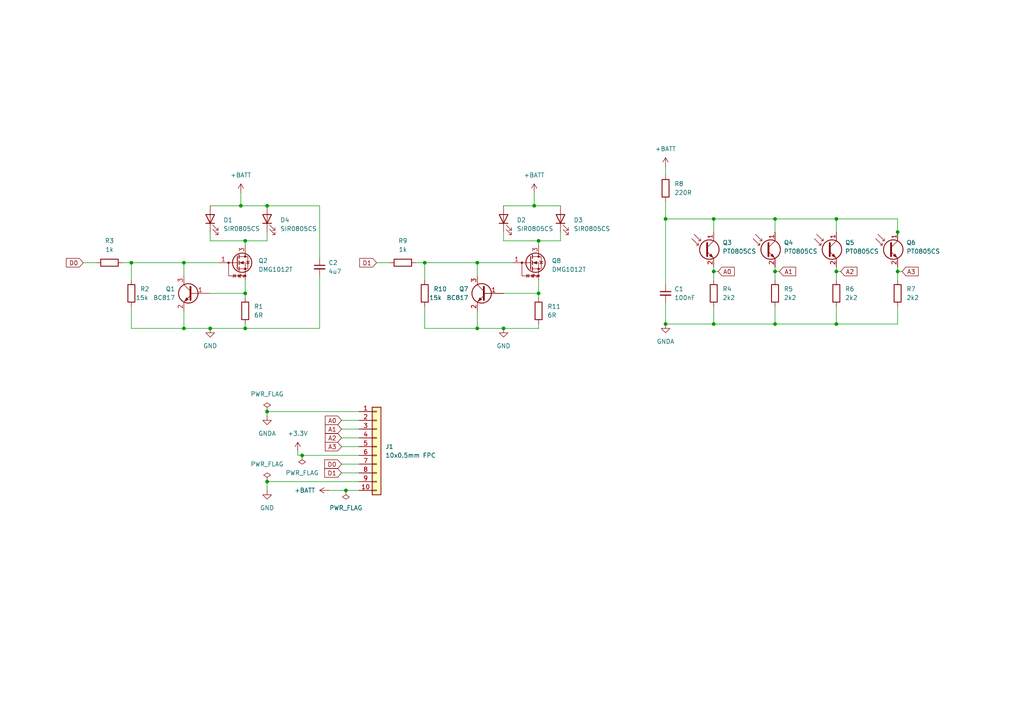
<source format=kicad_sch>
(kicad_sch (version 20231120) (generator "eeschema") (generator_version "8.0")
  (paper "A4")
  (lib_symbols
    (symbol "Connector_Generic:Conn_01x10" (pin_names (offset 1.016) hide)
      (property "Reference" "J" (at 0 12.7 0))
      (property "Value" "Conn_01x10" (at 0 -15.24 0))
      (symbol "Conn_01x10_1_1"
        (rectangle (start -1.27 -12.573) (end 0 -12.827) (stroke (width 0.1524)))
        (rectangle (start -1.27 -10.033) (end 0 -10.287) (stroke (width 0.1524)))
        (rectangle (start -1.27 -7.493) (end 0 -7.747) (stroke (width 0.1524)))
        (rectangle (start -1.27 -4.953) (end 0 -5.207) (stroke (width 0.1524)))
        (rectangle (start -1.27 -2.413) (end 0 -2.667) (stroke (width 0.1524)))
        (rectangle (start -1.27 0.127) (end 0 -0.127) (stroke (width 0.1524)))
        (rectangle (start -1.27 2.667) (end 0 2.413) (stroke (width 0.1524)))
        (rectangle (start -1.27 5.207) (end 0 4.953) (stroke (width 0.1524)))
        (rectangle (start -1.27 7.747) (end 0 7.493) (stroke (width 0.1524)))
        (rectangle (start -1.27 10.287) (end 0 10.033) (stroke (width 0.1524)))
        (rectangle (start -1.27 11.43) (end 1.27 -13.97) (stroke (width 0.254)) (fill (type background)))
        (pin passive line (at -5.08 10.16 0) (length 3.81) (name "Pin_1") (number "1"))
        (pin passive line (at -5.08 -12.7 0) (length 3.81) (name "Pin_10") (number "10"))
        (pin passive line (at -5.08 7.62 0) (length 3.81) (name "Pin_2") (number "2"))
        (pin passive line (at -5.08 5.08 0) (length 3.81) (name "Pin_3") (number "3"))
        (pin passive line (at -5.08 2.54 0) (length 3.81) (name "Pin_4") (number "4"))
        (pin passive line (at -5.08 0 0) (length 3.81) (name "Pin_5") (number "5"))
        (pin passive line (at -5.08 -2.54 0) (length 3.81) (name "Pin_6") (number "6"))
        (pin passive line (at -5.08 -5.08 0) (length 3.81) (name "Pin_7") (number "7"))
        (pin passive line (at -5.08 -7.62 0) (length 3.81) (name "Pin_8") (number "8"))
        (pin passive line (at -5.08 -10.16 0) (length 3.81) (name "Pin_9") (number "9"))
      )
    )
    (symbol "Device:C_Small" (pin_numbers hide) (pin_names (offset 0.254) hide)
      (property "Reference" "C" (at 0.254 1.778 0))
      (property "Value" "C_Small" (at 0.254 -2.032 0))
      (symbol "C_Small_0_1"
        (polyline (pts (xy -1.524 -0.508) (xy 1.524 -0.508)) (stroke (width 0.3302)))
        (polyline (pts (xy -1.524 0.508) (xy 1.524 0.508)) (stroke (width 0.3048)))
      )
      (symbol "C_Small_1_1"
        (pin passive line (at 0 2.54 270) (length 2.032) (name "~") (number "1"))
        (pin passive line (at 0 -2.54 90) (length 2.032) (name "~") (number "2"))
      )
    )
    (symbol "Device:R" (pin_numbers hide) (pin_names (offset 0))
      (property "Reference" "R" (at 2.032 0 90))
      (property "Value" "R" (at 0 0 90))
      (symbol "R_0_1"
        (rectangle (start -1.016 -2.54) (end 1.016 2.54) (stroke (width 0.254)))
      )
      (symbol "R_1_1"
        (pin passive line (at 0 3.81 270) (length 1.27) (name "~") (number "1"))
        (pin passive line (at 0 -3.81 90) (length 1.27) (name "~") (number "2"))
      )
    )
    (symbol "LED:IR26-21C_L110_TR8" (pin_numbers hide) (pin_names (offset 1.016) hide)
      (property "Reference" "D" (at 0 2.54 0))
      (property "Value" "IR26-21C_L110_TR8" (at 0 -3.81 0))
      (symbol "IR26-21C_L110_TR8_0_1"
        (polyline (pts (xy -1.27 -1.27) (xy -1.27 1.27)) (stroke (width 0.254)))
        (polyline (pts (xy -1.27 0) (xy 1.27 0)))
        (polyline (pts (xy 1.27 -1.27) (xy 1.27 1.27) (xy -1.27 0) (xy 1.27 -1.27)) (stroke (width 0.254)))
        (polyline (pts (xy -3.048 -0.762) (xy -4.572 -2.286) (xy -3.81 -2.286) (xy -4.572 -2.286) (xy -4.572 -1.524)))
        (polyline (pts (xy -1.778 -0.762) (xy -3.302 -2.286) (xy -2.54 -2.286) (xy -3.302 -2.286) (xy -3.302 -1.524)))
      )
      (symbol "IR26-21C_L110_TR8_1_1"
        (pin passive line (at -3.81 0 0) (length 2.54) (name "K") (number "1"))
        (pin passive line (at 3.81 0 180) (length 2.54) (name "A") (number "2"))
      )
    )
    (symbol "Sensor_Optical:BPW40" (pin_names (offset 0) hide)
      (property "Reference" "Q" (at 5.08 1.27 0))
      (property "Value" "BPW40" (at 5.08 -1.27 0))
      (symbol "BPW40_0_1"
        (polyline (pts (xy -1.905 1.27) (xy -2.54 1.27)))
        (polyline (pts (xy -1.27 2.54) (xy -1.905 2.54)))
        (polyline (pts (xy 0.635 0.635) (xy 2.54 2.54)))
        (polyline (pts (xy -3.81 3.175) (xy -1.905 1.27) (xy -1.905 1.905)))
        (polyline (pts (xy -3.175 4.445) (xy -1.27 2.54) (xy -1.27 3.175)))
        (polyline (pts (xy 0.635 -0.635) (xy 2.54 -2.54) (xy 2.54 -2.54)))
        (polyline (pts (xy 0.635 1.905) (xy 0.635 -1.905) (xy 0.635 -1.905)) (stroke (width 0.508)))
        (polyline (pts (xy 1.27 -1.778) (xy 1.778 -1.27) (xy 2.286 -2.286) (xy 1.27 -1.778) (xy 1.27 -1.778)) (fill (type outline)))
        (circle (center 1.27 0) (radius 2.8194) (stroke (width 0.254)))
      )
      (symbol "BPW40_1_1"
        (pin passive line (at 2.54 5.08 270) (length 2.54) (name "C") (number "1"))
        (pin passive line (at 2.54 -5.08 90) (length 2.54) (name "E") (number "2"))
      )
    )
    (symbol "Transistor_BJT:BC817" (pin_names (offset 0) hide)
      (property "Reference" "Q" (at 5.08 1.905 0))
      (property "Value" "BC817" (at 5.08 0 0))
      (symbol "BC817_0_1"
        (polyline (pts (xy 0.635 0.635) (xy 2.54 2.54)))
        (polyline (pts (xy 0.635 -0.635) (xy 2.54 -2.54) (xy 2.54 -2.54)))
        (polyline (pts (xy 0.635 1.905) (xy 0.635 -1.905) (xy 0.635 -1.905)) (stroke (width 0.508)))
        (polyline (pts (xy 1.27 -1.778) (xy 1.778 -1.27) (xy 2.286 -2.286) (xy 1.27 -1.778) (xy 1.27 -1.778)) (fill (type outline)))
        (circle (center 1.27 0) (radius 2.8194) (stroke (width 0.254)))
      )
      (symbol "BC817_1_1"
        (pin input line (at -5.08 0 0) (length 5.715) (name "B") (number "1"))
        (pin passive line (at 2.54 -5.08 90) (length 2.54) (name "E") (number "2"))
        (pin passive line (at 2.54 5.08 270) (length 2.54) (name "C") (number "3"))
      )
    )
    (symbol "Transistor_FET:DMG1012T" (pin_names (offset 0) hide)
      (property "Reference" "Q" (at 5.08 1.905 0))
      (property "Value" "DMG1012T" (at 5.08 0 0))
      (symbol "DMG1012T_0_1"
        (polyline (pts (xy 2.54 -3.81) (xy -2.286 -3.81) (xy -2.286 0)))
      )
      (symbol "DMG1012T_1_1"
        (circle (center -2.286 0) (radius 0.254) (fill (type outline)))
        (polyline (pts (xy 0.254 0) (xy -2.54 0)))
        (polyline (pts (xy 0.254 1.905) (xy 0.254 -1.905)) (stroke (width 0.254)))
        (polyline (pts (xy 0.762 -1.27) (xy 0.762 -2.286)) (stroke (width 0.254)))
        (polyline (pts (xy 0.762 0.508) (xy 0.762 -0.508)) (stroke (width 0.254)))
        (polyline (pts (xy 0.762 2.286) (xy 0.762 1.27)) (stroke (width 0.254)))
        (polyline (pts (xy 2.54 2.54) (xy 2.54 1.778)))
        (polyline (pts (xy 2.54 -2.54) (xy 2.54 0) (xy 0.762 0)))
        (polyline (pts (xy -1.016 -4.318) (xy -0.889 -4.191) (xy -0.889 -3.429) (xy -0.762 -3.302)))
        (polyline (pts (xy -0.889 -3.81) (xy -0.254 -4.191) (xy -0.254 -3.429) (xy -0.889 -3.81)))
        (polyline (pts (xy 0.762 -1.778) (xy 3.302 -1.778) (xy 3.302 1.778) (xy 0.762 1.778)))
        (polyline (pts (xy 1.016 0) (xy 2.032 0.381) (xy 2.032 -0.381) (xy 1.016 0)) (fill (type outline)))
        (polyline (pts (xy 1.143 -3.81) (xy 0.508 -3.429) (xy 0.508 -4.191) (xy 1.143 -3.81)))
        (polyline (pts (xy 1.27 -3.302) (xy 1.143 -3.429) (xy 1.143 -4.191) (xy 1.016 -4.318)))
        (polyline (pts (xy 2.794 0.508) (xy 2.921 0.381) (xy 3.683 0.381) (xy 3.81 0.254)))
        (polyline (pts (xy 3.302 0.381) (xy 2.921 -0.254) (xy 3.683 -0.254) (xy 3.302 0.381)))
        (circle (center 1.651 0) (radius 2.794) (stroke (width 0.254)))
        (circle (center 2.54 -3.81) (radius 0.254) (fill (type outline)))
        (circle (center 2.54 -1.778) (radius 0.254) (fill (type outline)))
        (circle (center 2.54 1.778) (radius 0.254) (fill (type outline)))
        (pin input line (at -5.08 0 0) (length 2.54) (name "G") (number "1"))
        (pin passive line (at 2.54 -5.08 90) (length 2.54) (name "S") (number "2"))
        (pin passive line (at 2.54 5.08 270) (length 2.54) (name "D") (number "3"))
      )
    )
    (symbol "power:+3.3V" (power) (pin_numbers hide) (pin_names (offset 0) hide)
      (property "Value" "+3.3V" (at 0 3.556 0))
      (symbol "+3.3V_0_1"
        (polyline (pts (xy -0.762 1.27) (xy 0 2.54)))
        (polyline (pts (xy 0 0) (xy 0 2.54)))
        (polyline (pts (xy 0 2.54) (xy 0.762 1.27)))
      )
      (symbol "+3.3V_1_1"
        (pin power_in line (at 0 0 90) (length 0) (name "~") (number "1"))
      )
    )
    (symbol "power:+BATT" (power) (pin_numbers hide) (pin_names (offset 0) hide)
      (property "Value" "+BATT" (at 0 3.556 0))
      (symbol "+BATT_0_1"
        (polyline (pts (xy -0.762 1.27) (xy 0 2.54)))
        (polyline (pts (xy 0 0) (xy 0 2.54)))
        (polyline (pts (xy 0 2.54) (xy 0.762 1.27)))
      )
      (symbol "+BATT_1_1"
        (pin power_in line (at 0 0 90) (length 0) (name "~") (number "1"))
      )
    )
    (symbol "power:GND" (power) (pin_numbers hide) (pin_names (offset 0) hide)
      (property "Value" "GND" (at 0 -3.81 0))
      (symbol "GND_0_1"
        (polyline (pts (xy 0 0) (xy 0 -1.27) (xy 1.27 -1.27) (xy 0 -2.54) (xy -1.27 -1.27) (xy 0 -1.27)))
      )
      (symbol "GND_1_1"
        (pin power_in line (at 0 0 270) (length 0) (name "~") (number "1"))
      )
    )
    (symbol "power:GNDA" (power) (pin_numbers hide) (pin_names (offset 0) hide)
      (property "Value" "GNDA" (at 0 -3.81 0))
      (symbol "GNDA_0_1"
        (polyline (pts (xy 0 0) (xy 0 -1.27) (xy 1.27 -1.27) (xy 0 -2.54) (xy -1.27 -1.27) (xy 0 -1.27)))
      )
      (symbol "GNDA_1_1"
        (pin power_in line (at 0 0 270) (length 0) (name "~") (number "1"))
      )
    )
    (symbol "power:PWR_FLAG" (power) (pin_numbers hide) (pin_names (offset 0) hide)
      (property "Value" "PWR_FLAG" (at 0 3.81 0))
      (symbol "PWR_FLAG_0_0"
        (pin power_out line (at 0 0 90) (length 0) (name "~") (number "1"))
      )
      (symbol "PWR_FLAG_0_1"
        (polyline (pts (xy 0 0) (xy 0 1.27) (xy -1.016 1.905) (xy 0 2.54) (xy 1.016 1.905) (xy 0 1.27)))
      )
    )
  )
  (junction (at 38.1 76.2))
  (junction (at 242.57 93.98))
  (junction (at 156.21 69.85))
  (junction (at 77.47 139.7))
  (junction (at 53.34 76.2))
  (junction (at 71.12 69.85))
  (junction (at 146.05 95.25))
  (junction (at 242.57 63.5))
  (junction (at 193.04 93.98))
  (junction (at 71.12 95.25))
  (junction (at 224.79 93.98))
  (junction (at 207.01 78.74))
  (junction (at 207.01 63.5))
  (junction (at 207.01 93.98))
  (junction (at 154.94 59.69))
  (junction (at 53.34 95.25))
  (junction (at 260.35 78.74))
  (junction (at 60.96 95.25))
  (junction (at 87.63 132.08))
  (junction (at 77.47 119.38))
  (junction (at 224.79 78.74))
  (junction (at 193.04 63.5))
  (junction (at 156.21 85.09))
  (junction (at 260.35 67.31))
  (junction (at 138.43 76.2))
  (junction (at 224.79 63.5))
  (junction (at 71.12 85.09))
  (junction (at 100.33 142.24))
  (junction (at 69.85 59.69))
  (junction (at 242.57 78.74))
  (junction (at 77.47 59.69))
  (junction (at 138.43 95.25))
  (junction (at 123.19 76.2))
  (wire (pts (xy 146.05 59.69) (xy 154.94 59.69)))
  (wire (pts (xy 69.85 55.88) (xy 69.85 59.69)))
  (wire (pts (xy 207.01 88.9) (xy 207.01 93.98)))
  (wire (pts (xy 71.12 95.25) (xy 60.96 95.25)))
  (wire (pts (xy 53.34 76.2) (xy 38.1 76.2)))
  (wire (pts (xy 38.1 76.2) (xy 38.1 81.28)))
  (wire (pts (xy 77.47 119.38) (xy 77.47 120.65)))
  (wire (pts (xy 193.04 63.5) (xy 193.04 82.55)))
  (wire (pts (xy 207.01 63.5) (xy 207.01 67.31)))
  (wire (pts (xy 260.35 78.74) (xy 260.35 77.47)))
  (wire (pts (xy 146.05 95.25) (xy 138.43 95.25)))
  (wire (pts (xy 207.01 63.5) (xy 224.79 63.5)))
  (wire (pts (xy 123.19 88.9) (xy 123.19 95.25)))
  (wire (pts (xy 99.06 127) (xy 104.14 127)))
  (wire (pts (xy 146.05 69.85) (xy 146.05 67.31)))
  (wire (pts (xy 92.71 95.25) (xy 71.12 95.25)))
  (wire (pts (xy 99.06 134.62) (xy 104.14 134.62)))
  (wire (pts (xy 154.94 59.69) (xy 162.56 59.69)))
  (wire (pts (xy 156.21 81.28) (xy 156.21 85.09)))
  (wire (pts (xy 260.35 88.9) (xy 260.35 93.98)))
  (wire (pts (xy 207.01 93.98) (xy 224.79 93.98)))
  (wire (pts (xy 71.12 81.28) (xy 71.12 85.09)))
  (wire (pts (xy 224.79 78.74) (xy 224.79 77.47)))
  (wire (pts (xy 69.85 59.69) (xy 77.47 59.69)))
  (wire (pts (xy 207.01 78.74) (xy 207.01 77.47)))
  (wire (pts (xy 35.56 76.2) (xy 38.1 76.2)))
  (wire (pts (xy 60.96 95.25) (xy 53.34 95.25)))
  (wire (pts (xy 138.43 76.2) (xy 138.43 80.01)))
  (wire (pts (xy 207.01 81.28) (xy 207.01 78.74)))
  (wire (pts (xy 162.56 67.31) (xy 162.56 69.85)))
  (wire (pts (xy 53.34 76.2) (xy 53.34 80.01)))
  (wire (pts (xy 154.94 55.88) (xy 154.94 59.69)))
  (wire (pts (xy 95.25 142.24) (xy 100.33 142.24)))
  (wire (pts (xy 224.79 63.5) (xy 242.57 63.5)))
  (wire (pts (xy 260.35 81.28) (xy 260.35 78.74)))
  (wire (pts (xy 193.04 58.42) (xy 193.04 63.5)))
  (wire (pts (xy 148.59 76.2) (xy 138.43 76.2)))
  (wire (pts (xy 123.19 76.2) (xy 123.19 81.28)))
  (wire (pts (xy 109.22 76.2) (xy 113.03 76.2)))
  (wire (pts (xy 226.06 78.74) (xy 224.79 78.74)))
  (wire (pts (xy 77.47 67.31) (xy 77.47 69.85)))
  (wire (pts (xy 123.19 95.25) (xy 138.43 95.25)))
  (wire (pts (xy 87.63 132.08) (xy 104.14 132.08)))
  (wire (pts (xy 60.96 69.85) (xy 60.96 67.31)))
  (wire (pts (xy 138.43 76.2) (xy 123.19 76.2)))
  (wire (pts (xy 224.79 63.5) (xy 224.79 67.31)))
  (wire (pts (xy 224.79 88.9) (xy 224.79 93.98)))
  (wire (pts (xy 260.35 67.31) (xy 260.35 69.85)))
  (wire (pts (xy 224.79 81.28) (xy 224.79 78.74)))
  (wire (pts (xy 99.06 121.92) (xy 104.14 121.92)))
  (wire (pts (xy 71.12 93.98) (xy 71.12 95.25)))
  (wire (pts (xy 156.21 69.85) (xy 146.05 69.85)))
  (wire (pts (xy 60.96 59.69) (xy 69.85 59.69)))
  (wire (pts (xy 38.1 95.25) (xy 53.34 95.25)))
  (wire (pts (xy 242.57 78.74) (xy 242.57 77.47)))
  (wire (pts (xy 104.14 119.38) (xy 77.47 119.38)))
  (wire (pts (xy 92.71 80.01) (xy 92.71 95.25)))
  (wire (pts (xy 100.33 142.24) (xy 104.14 142.24)))
  (wire (pts (xy 224.79 93.98) (xy 242.57 93.98)))
  (wire (pts (xy 193.04 87.63) (xy 193.04 93.98)))
  (wire (pts (xy 77.47 69.85) (xy 71.12 69.85)))
  (wire (pts (xy 99.06 124.46) (xy 104.14 124.46)))
  (wire (pts (xy 242.57 63.5) (xy 242.57 67.31)))
  (wire (pts (xy 156.21 69.85) (xy 156.21 71.12)))
  (wire (pts (xy 138.43 90.17) (xy 138.43 95.25)))
  (wire (pts (xy 24.13 76.2) (xy 27.94 76.2)))
  (wire (pts (xy 243.84 78.74) (xy 242.57 78.74)))
  (wire (pts (xy 242.57 63.5) (xy 260.35 63.5)))
  (wire (pts (xy 71.12 85.09) (xy 71.12 86.36)))
  (wire (pts (xy 86.36 132.08) (xy 87.63 132.08)))
  (wire (pts (xy 77.47 142.24) (xy 77.47 139.7)))
  (wire (pts (xy 99.06 137.16) (xy 104.14 137.16)))
  (wire (pts (xy 242.57 81.28) (xy 242.57 78.74)))
  (wire (pts (xy 60.96 85.09) (xy 71.12 85.09)))
  (wire (pts (xy 156.21 85.09) (xy 156.21 86.36)))
  (wire (pts (xy 77.47 59.69) (xy 92.71 59.69)))
  (wire (pts (xy 53.34 90.17) (xy 53.34 95.25)))
  (wire (pts (xy 260.35 63.5) (xy 260.35 67.31)))
  (wire (pts (xy 146.05 85.09) (xy 156.21 85.09)))
  (wire (pts (xy 261.62 78.74) (xy 260.35 78.74)))
  (wire (pts (xy 156.21 95.25) (xy 146.05 95.25)))
  (wire (pts (xy 242.57 93.98) (xy 260.35 93.98)))
  (wire (pts (xy 193.04 93.98) (xy 207.01 93.98)))
  (wire (pts (xy 162.56 69.85) (xy 156.21 69.85)))
  (wire (pts (xy 208.28 78.74) (xy 207.01 78.74)))
  (wire (pts (xy 77.47 139.7) (xy 104.14 139.7)))
  (wire (pts (xy 156.21 93.98) (xy 156.21 95.25)))
  (wire (pts (xy 63.5 76.2) (xy 53.34 76.2)))
  (wire (pts (xy 193.04 48.26) (xy 193.04 50.8)))
  (wire (pts (xy 38.1 88.9) (xy 38.1 95.25)))
  (wire (pts (xy 193.04 63.5) (xy 207.01 63.5)))
  (wire (pts (xy 120.65 76.2) (xy 123.19 76.2)))
  (wire (pts (xy 92.71 74.93) (xy 92.71 59.69)))
  (wire (pts (xy 71.12 69.85) (xy 71.12 71.12)))
  (wire (pts (xy 99.06 129.54) (xy 104.14 129.54)))
  (wire (pts (xy 242.57 88.9) (xy 242.57 93.98)))
  (wire (pts (xy 86.36 130.81) (xy 86.36 132.08)))
  (wire (pts (xy 71.12 69.85) (xy 60.96 69.85)))
  (global_label "A0" (shape input) (at 208.28 78.74 0) (property "Intersheetrefs" "${INTERSHEET_REFS}" (effects (hide yes))))
  (global_label "A3" (shape input) (at 261.62 78.74 0) (property "Intersheetrefs" "${INTERSHEET_REFS}" (effects (hide yes))))
  (global_label "D1" (shape input) (at 109.22 76.2 180) (property "Intersheetrefs" "${INTERSHEET_REFS}" (effects (hide yes))))
  (global_label "A2" (shape input) (at 99.06 127 180) (property "Intersheetrefs" "${INTERSHEET_REFS}" (effects (hide yes))))
  (global_label "A2" (shape input) (at 243.84 78.74 0) (property "Intersheetrefs" "${INTERSHEET_REFS}" (effects (hide yes))))
  (global_label "D1" (shape input) (at 99.06 137.16 180) (property "Intersheetrefs" "${INTERSHEET_REFS}" (effects (hide yes))))
  (global_label "A0" (shape input) (at 99.06 121.92 180) (property "Intersheetrefs" "${INTERSHEET_REFS}" (effects (hide yes))))
  (global_label "A1" (shape input) (at 226.06 78.74 0) (property "Intersheetrefs" "${INTERSHEET_REFS}" (effects (hide yes))))
  (global_label "D0" (shape input) (at 99.06 134.62 180) (property "Intersheetrefs" "${INTERSHEET_REFS}" (effects (hide yes))))
  (global_label "A3" (shape input) (at 99.06 129.54 180) (property "Intersheetrefs" "${INTERSHEET_REFS}" (effects (hide yes))))
  (global_label "D0" (shape input) (at 24.13 76.2 180) (property "Intersheetrefs" "${INTERSHEET_REFS}" (effects (hide yes))))
  (global_label "A1" (shape input) (at 99.06 124.46 180) (property "Intersheetrefs" "${INTERSHEET_REFS}" (effects (hide yes))))
  (symbol (lib_id "Device:R") (at 38.1 85.09 0) (unit 1)
    (property "Reference" "R2" (at 40.64 83.82 0) (effects (justify left)))
    (property "Value" "15k" (at 39.37 86.36 0) (effects (justify left)))
    (property "Footprint" "Resistor_SMD:R_0805_2012Metric" (effects (hide yes)))
  )
  (symbol (lib_id "power:+BATT") (at 95.25 142.24 90) (unit 1)
    (property "Reference" "#PWR07" (effects (hide yes)))
    (property "Value" "+BATT" (at 91.44 142.24 90) (effects (justify left)))
    (property "Description" "Power symbol creates a global label with name \"+BATT\"" (effects (hide yes)))
  )
  (symbol (lib_id "Device:R") (at 71.12 90.17 0) (unit 1)
    (property "Reference" "R1" (at 73.66 88.9 0) (effects (justify left)))
    (property "Value" "6R" (at 73.66 91.44 0) (effects (justify left)))
    (property "Footprint" "Resistor_SMD:R_0805_2012Metric" (effects (hide yes)))
  )
  (symbol (lib_id "Device:R") (at 156.21 90.17 0) (unit 1)
    (property "Reference" "R11" (at 158.75 88.9 0) (effects (justify left)))
    (property "Value" "6R" (at 158.75 91.44 0) (effects (justify left)))
    (property "Footprint" "Resistor_SMD:R_0805_2012Metric" (effects (hide yes)))
  )
  (symbol (lib_id "Device:R") (at 242.57 85.09 0) (unit 1)
    (property "Reference" "R6" (at 245.11 83.82 0) (effects (justify left)))
    (property "Value" "2k2" (at 245.11 86.36 0) (effects (justify left)))
    (property "Footprint" "Resistor_SMD:R_0805_2012Metric" (effects (hide yes)))
  )
  (symbol (lib_id "Sensor_Optical:BPW40") (at 204.47 72.39 0) (unit 1)
    (property "Reference" "Q3" (at 209.55 70.3707 0) (effects (justify left)))
    (property "Value" "PT0805CS" (at 209.55 72.9107 0) (effects (justify left)))
    (property "Footprint" "LED_SMD:LED_0805_2012Metric_Pad1.15x1.40mm_HandSolder" (effects (hide yes)))
    (property "Datasheet" "https://www.rcscomponents.kiev.ua/datasheets/bpw40.pdf" (effects (hide yes)))
  )
  (symbol (lib_id "power:GNDA") (at 77.47 120.65 0) (unit 1)
    (property "Reference" "#PWR05" (effects (hide yes)))
    (property "Value" "GNDA" (at 77.47 125.73 0))
    (property "Description" "Power symbol creates a global label with name \"GNDA\" , analog ground" (effects (hide yes)))
  )
  (symbol (lib_id "Device:R") (at 116.84 76.2 90) (unit 1)
    (property "Reference" "R9" (at 116.84 69.85 90))
    (property "Value" "1k" (at 116.84 72.39 90))
    (property "Footprint" "Resistor_SMD:R_0805_2012Metric" (effects (hide yes)))
  )
  (symbol (lib_id "Device:C_Small") (at 193.04 85.09 0) (unit 1)
    (property "Reference" "C1" (at 195.58 83.8263 0) (effects (justify left)))
    (property "Value" "100nF" (at 195.58 86.3663 0) (effects (justify left)))
    (property "Footprint" "Capacitor_SMD:C_0805_2012Metric" (effects (hide yes)))
  )
  (symbol (lib_id "Sensor_Optical:BPW40") (at 240.03 72.39 0) (unit 1)
    (property "Reference" "Q5" (at 245.11 70.3707 0) (effects (justify left)))
    (property "Value" "PT0805CS" (at 245.11 72.9107 0) (effects (justify left)))
    (property "Footprint" "LED_SMD:LED_0805_2012Metric_Pad1.15x1.40mm_HandSolder" (effects (hide yes)))
    (property "Datasheet" "https://www.rcscomponents.kiev.ua/datasheets/bpw40.pdf" (effects (hide yes)))
  )
  (symbol (lib_id "Device:R") (at 123.19 85.09 0) (unit 1)
    (property "Reference" "R10" (at 125.73 83.82 0) (effects (justify left)))
    (property "Value" "15k" (at 124.46 86.36 0) (effects (justify left)))
    (property "Footprint" "Resistor_SMD:R_0805_2012Metric" (effects (hide yes)))
  )
  (symbol (lib_id "Device:R") (at 260.35 85.09 0) (unit 1)
    (property "Reference" "R7" (at 262.89 83.82 0) (effects (justify left)))
    (property "Value" "2k2" (at 262.89 86.36 0) (effects (justify left)))
    (property "Footprint" "Resistor_SMD:R_0805_2012Metric" (effects (hide yes)))
  )
  (symbol (lib_id "Sensor_Optical:BPW40") (at 257.81 72.39 0) (unit 1)
    (property "Reference" "Q6" (at 262.89 70.3707 0) (effects (justify left)))
    (property "Value" "PT0805CS" (at 262.89 72.9107 0) (effects (justify left)))
    (property "Footprint" "LED_SMD:LED_0805_2012Metric_Pad1.15x1.40mm_HandSolder" (effects (hide yes)))
    (property "Datasheet" "https://www.rcscomponents.kiev.ua/datasheets/bpw40.pdf" (effects (hide yes)))
  )
  (symbol (lib_id "LED:IR26-21C_L110_TR8") (at 162.56 63.5 90) (unit 1)
    (property "Reference" "D3" (at 166.37 63.8175 90) (effects (justify right)))
    (property "Value" "SIR0805CS" (at 166.37 66.3575 90) (effects (justify right)))
    (property "Footprint" "LED_SMD:LED_0805_2012Metric_Pad1.15x1.40mm_HandSolder" (effects (hide yes)))
    (property "Datasheet" "http://www.everlight.com/file/ProductFile/IR26-21C-L110-TR8.pdf" (effects (hide yes)))
  )
  (symbol (lib_id "power:PWR_FLAG") (at 87.63 132.08 180) (unit 1)
    (property "Reference" "#FLG04" (effects (hide yes)))
    (property "Value" "PWR_FLAG" (at 87.63 137.16 0))
    (property "Description" "Special symbol for telling ERC where power comes from" (effects (hide yes)))
  )
  (symbol (lib_id "Device:R") (at 31.75 76.2 90) (unit 1)
    (property "Reference" "R3" (at 31.75 69.85 90))
    (property "Value" "1k" (at 31.75 72.39 90))
    (property "Footprint" "Resistor_SMD:R_0805_2012Metric" (effects (hide yes)))
  )
  (symbol (lib_id "LED:IR26-21C_L110_TR8") (at 60.96 63.5 90) (unit 1)
    (property "Reference" "D1" (at 64.77 63.8175 90) (effects (justify right)))
    (property "Value" "SIR0805CS" (at 64.77 66.3575 90) (effects (justify right)))
    (property "Footprint" "LED_SMD:LED_0805_2012Metric_Pad1.15x1.40mm_HandSolder" (effects (hide yes)))
    (property "Datasheet" "http://www.everlight.com/file/ProductFile/IR26-21C-L110-TR8.pdf" (effects (hide yes)))
  )
  (symbol (lib_id "power:PWR_FLAG") (at 77.47 139.7 0) (unit 1)
    (property "Reference" "#FLG02" (effects (hide yes)))
    (property "Value" "PWR_FLAG" (at 77.47 134.62 0))
    (property "Description" "Special symbol for telling ERC where power comes from" (effects (hide yes)))
  )
  (symbol (lib_id "LED:IR26-21C_L110_TR8") (at 146.05 63.5 90) (unit 1)
    (property "Reference" "D2" (at 149.86 63.8174 90) (effects (justify right)))
    (property "Value" "SIR0805CS" (at 149.86 66.3574 90) (effects (justify right)))
    (property "Footprint" "LED_SMD:LED_0805_2012Metric_Pad1.15x1.40mm_HandSolder" (effects (hide yes)))
    (property "Datasheet" "http://www.everlight.com/file/ProductFile/IR26-21C-L110-TR8.pdf" (effects (hide yes)))
  )
  (symbol (lib_id "Transistor_FET:DMG1012T") (at 68.58 76.2 0) (unit 1)
    (property "Reference" "Q2" (at 74.93 75.6285 0) (effects (justify left)))
    (property "Value" "DMG1012T" (at 74.93 78.1685 0) (effects (justify left)))
    (property "Footprint" "Package_TO_SOT_SMD:SOT-523" (effects (hide yes)))
    (property "Datasheet" "https://www.diodes.com/assets/Datasheets/ds31783.pdf" (effects (hide yes)))
    (property "Description" "20V Vds, 0.63 Id, N-Channel MOSFET with ESD protection, SOT-523" (effects (hide yes)))
  )
  (symbol (lib_id "LED:IR26-21C_L110_TR8") (at 77.47 63.5 90) (unit 1)
    (property "Reference" "D4" (at 81.28 63.8174 90) (effects (justify right)))
    (property "Value" "SIR0805CS" (at 81.28 66.3574 90) (effects (justify right)))
    (property "Footprint" "LED_SMD:LED_0805_2012Metric_Pad1.15x1.40mm_HandSolder" (effects (hide yes)))
    (property "Datasheet" "http://www.everlight.com/file/ProductFile/IR26-21C-L110-TR8.pdf" (effects (hide yes)))
  )
  (symbol (lib_id "Transistor_BJT:BC817") (at 140.97 85.09 0) (mirror y) (unit 1)
    (property "Reference" "Q7" (at 135.89 83.82 0) (effects (justify left)))
    (property "Value" "BC817" (at 135.89 86.36 0) (effects (justify left)))
    (property "Footprint" "Package_TO_SOT_SMD:SOT-23" (effects (hide yes)))
    (property "Datasheet" "https://www.onsemi.com/pub/Collateral/BC818-D.pdf" (effects (hide yes)))
  )
  (symbol (lib_id "power:+BATT") (at 193.04 48.26 0) (unit 1)
    (property "Reference" "#PWR03" (effects (hide yes)))
    (property "Value" "+BATT" (at 193.04 43.18 0))
    (property "Description" "Power symbol creates a global label with name \"+BATT\"" (effects (hide yes)))
  )
  (symbol (lib_id "Device:R") (at 193.04 54.61 0) (unit 1)
    (property "Reference" "R8" (at 195.58 53.34 0) (effects (justify left)))
    (property "Value" "220R" (at 195.58 55.88 0) (effects (justify left)))
    (property "Footprint" "Resistor_SMD:R_0805_2012Metric" (effects (hide yes)))
  )
  (symbol (lib_id "power:GND") (at 146.05 95.25 0) (unit 1)
    (property "Reference" "#PWR09" (effects (hide yes)))
    (property "Value" "GND" (at 146.05 100.33 0))
    (property "Description" "Power symbol creates a global label with name \"GND\" , ground" (effects (hide yes)))
  )
  (symbol (lib_id "power:+BATT") (at 69.85 55.88 0) (unit 1)
    (property "Reference" "#PWR01" (effects (hide yes)))
    (property "Value" "+BATT" (at 69.85 50.8 0))
    (property "Description" "Power symbol creates a global label with name \"+BATT\"" (effects (hide yes)))
  )
  (symbol (lib_id "Device:R") (at 207.01 85.09 0) (unit 1)
    (property "Reference" "R4" (at 209.55 83.82 0) (effects (justify left)))
    (property "Value" "2k2" (at 209.55 86.36 0) (effects (justify left)))
    (property "Footprint" "Resistor_SMD:R_0805_2012Metric" (effects (hide yes)))
  )
  (symbol (lib_id "Device:C_Small") (at 92.71 77.47 0) (unit 1)
    (property "Reference" "C2" (at 95.25 76.2063 0) (effects (justify left)))
    (property "Value" "4u7" (at 95.25 78.7463 0) (effects (justify left)))
    (property "Footprint" "Capacitor_SMD:C_0805_2012Metric" (effects (hide yes)))
  )
  (symbol (lib_id "power:GNDA") (at 193.04 93.98 0) (unit 1)
    (property "Reference" "#PWR04" (effects (hide yes)))
    (property "Value" "GNDA" (at 193.04 99.06 0))
    (property "Description" "Power symbol creates a global label with name \"GNDA\" , analog ground" (effects (hide yes)))
  )
  (symbol (lib_id "power:+BATT") (at 154.94 55.88 0) (unit 1)
    (property "Reference" "#PWR010" (effects (hide yes)))
    (property "Value" "+BATT" (at 154.94 50.8 0))
    (property "Description" "Power symbol creates a global label with name \"+BATT\"" (effects (hide yes)))
  )
  (symbol (lib_id "power:+3.3V") (at 86.36 130.81 0) (unit 1)
    (property "Reference" "#PWR08" (effects (hide yes)))
    (property "Value" "+3.3V" (at 86.36 125.73 0))
    (property "Description" "Power symbol creates a global label with name \"+3.3V\"" (effects (hide yes)))
  )
  (symbol (lib_id "power:GND") (at 77.47 142.24 0) (unit 1)
    (property "Reference" "#PWR06" (effects (hide yes)))
    (property "Value" "GND" (at 77.47 147.32 0))
    (property "Description" "Power symbol creates a global label with name \"GND\" , ground" (effects (hide yes)))
  )
  (symbol (lib_id "Transistor_BJT:BC817") (at 55.88 85.09 0) (mirror y) (unit 1)
    (property "Reference" "Q1" (at 50.8 83.82 0) (effects (justify left)))
    (property "Value" "BC817" (at 50.8 86.36 0) (effects (justify left)))
    (property "Footprint" "Package_TO_SOT_SMD:SOT-23" (effects (hide yes)))
    (property "Datasheet" "https://www.onsemi.com/pub/Collateral/BC818-D.pdf" (effects (hide yes)))
  )
  (symbol (lib_id "power:PWR_FLAG") (at 77.47 119.38 0) (unit 1)
    (property "Reference" "#FLG01" (effects (hide yes)))
    (property "Value" "PWR_FLAG" (at 77.47 114.3 0))
    (property "Description" "Special symbol for telling ERC where power comes from" (effects (hide yes)))
  )
  (symbol (lib_id "power:PWR_FLAG") (at 100.33 142.24 180) (unit 1)
    (property "Reference" "#FLG03" (effects (hide yes)))
    (property "Value" "PWR_FLAG" (at 100.33 147.32 0))
    (property "Description" "Special symbol for telling ERC where power comes from" (effects (hide yes)))
  )
  (symbol (lib_id "Connector_Generic:Conn_01x10") (at 109.22 129.54 0) (unit 1)
    (property "Reference" "J1" (at 111.76 129.54 0) (effects (justify left)))
    (property "Value" "10x0.5mm FPC" (at 111.76 132.08 0) (effects (justify left)))
    (property "Footprint" "Connector_FFC-FPC:TE_1-1734839-0_1x10-1MP_P0.5mm_Horizontal" (effects (hide yes)))
  )
  (symbol (lib_id "Device:R") (at 224.79 85.09 0) (unit 1)
    (property "Reference" "R5" (at 227.33 83.82 0) (effects (justify left)))
    (property "Value" "2k2" (at 227.33 86.36 0) (effects (justify left)))
    (property "Footprint" "Resistor_SMD:R_0805_2012Metric" (effects (hide yes)))
  )
  (symbol (lib_id "Transistor_FET:DMG1012T") (at 153.67 76.2 0) (unit 1)
    (property "Reference" "Q8" (at 160.02 75.6285 0) (effects (justify left)))
    (property "Value" "DMG1012T" (at 160.02 78.1685 0) (effects (justify left)))
    (property "Footprint" "Package_TO_SOT_SMD:SOT-523" (effects (hide yes)))
    (property "Datasheet" "https://www.diodes.com/assets/Datasheets/ds31783.pdf" (effects (hide yes)))
    (property "Description" "20V Vds, 0.63 Id, N-Channel MOSFET with ESD protection, SOT-523" (effects (hide yes)))
  )
  (symbol (lib_id "Sensor_Optical:BPW40") (at 222.25 72.39 0) (unit 1)
    (property "Reference" "Q4" (at 227.33 70.3707 0) (effects (justify left)))
    (property "Value" "PT0805CS" (at 227.33 72.9107 0) (effects (justify left)))
    (property "Footprint" "LED_SMD:LED_0805_2012Metric_Pad1.15x1.40mm_HandSolder" (effects (hide yes)))
    (property "Datasheet" "https://www.rcscomponents.kiev.ua/datasheets/bpw40.pdf" (effects (hide yes)))
  )
  (symbol (lib_id "power:GND") (at 60.96 95.25 0) (unit 1)
    (property "Reference" "#PWR02" (effects (hide yes)))
    (property "Value" "GND" (at 60.96 100.33 0))
    (property "Description" "Power symbol creates a global label with name \"GND\" , ground" (effects (hide yes)))
  )
)
</source>
